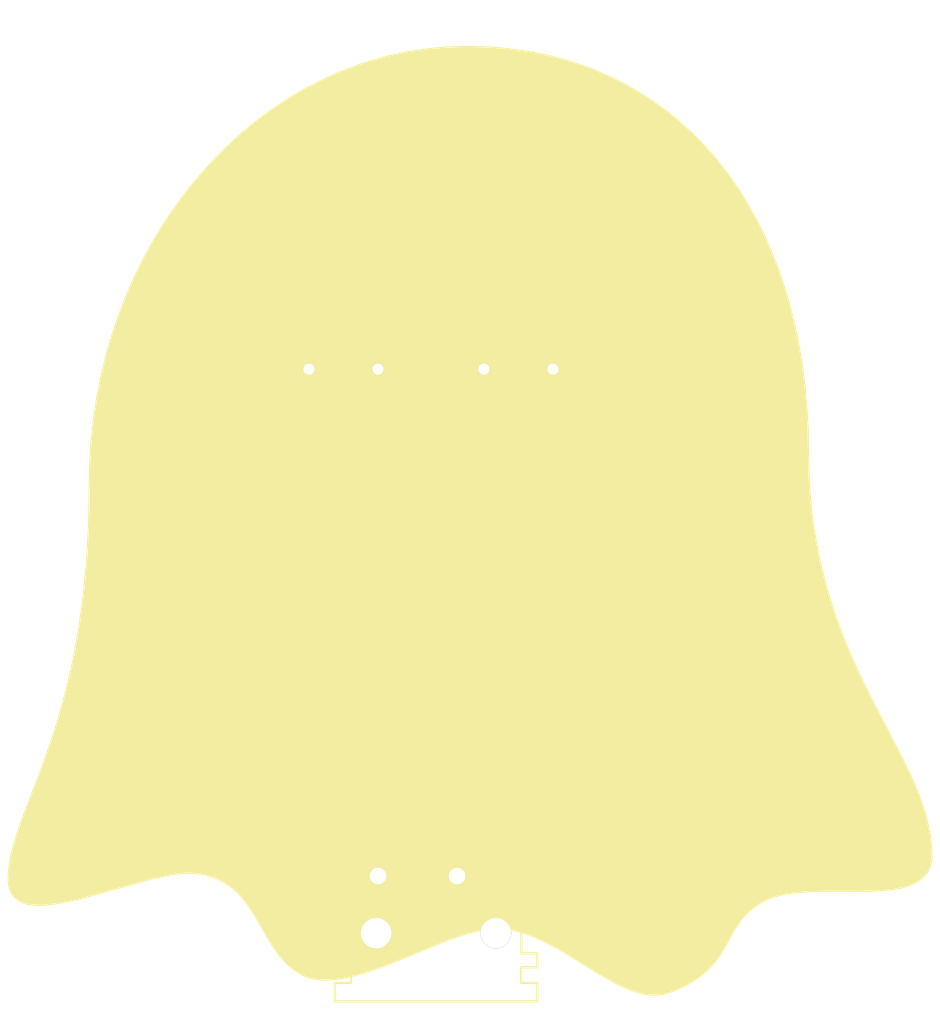
<source format=kicad_pcb>
(kicad_pcb (version 20240108) (generator "pcbnew") (generator_version "8.0")
  (layers (0 "F.Cu" signal) (31 "B.Cu" signal) (34 "B.Paste" user) (35 "F.Paste" user) (36 "B.SilkS" user "B.Silkscreen") (37 "F.SilkS" user "F.Silkscreen") (38 "B.Mask" user) (39 "F.Mask" user) (44 "Edge.Cuts" user))
  (net 0 "")
  (net 1 "Net-(U1-Pad2)")
  (net 2 "Net-(U1-Pad1)")
  (footprint "easyeda2kicad:CAP-TH_BD18.0-P7.50-D0.8-FD" (layer "F.Cu") (at 136.25 94)
    (property "Reference" "U3" (at 0 -4 0) (layer "F.SilkS"))
    (property "Value" "LIC1840Q3R8757")
    (fp_circle (center 0 0) (end 9 0) (stroke (width 0.25)) (fill none) (layer "F.SilkS"))
    (fp_text user "-" (at 2.79 -1.27 0) (layer "F.SilkS") (effects (font (size 2 2) (thickness 0.3)) (justify left)))
    (fp_text user "+" (at -5.33 -1.4 0) (layer "F.SilkS") (effects (font (size 2 2) (thickness 0.3)) (justify left)))
    (pad "1" thru_hole circle (at -3.75 0 90) (size 2.1 2.1) (drill 1.199998) (layers "*.Cu" "*.Mask") (net 1 "Net-(U1-Pad2)"))
    (pad "2" thru_hole circle (at 3.75 0 90) (size 2.1 2.1) (drill 1.199998) (layers "*.Cu" "*.Mask") (net 2 "Net-(U1-Pad1)"))
  )
  (footprint "easyeda2kicad:CAP-TH_BD18.0-P7.50-D0.8-FD" (layer "F.Cu") (at 117.25 94)
    (property "Reference" "U1" (at 0 -4 0) (layer "F.SilkS"))
    (property "Value" "LIC1840Q3R8757")
    (fp_circle (center 0 0) (end 9 0) (stroke (width 0.25)) (fill none) (layer "F.SilkS"))
    (fp_text user "-" (at 2.79 -1.27 0) (layer "F.SilkS") (effects (font (size 2 2) (thickness 0.3)) (justify left)))
    (fp_text user "+" (at -5.33 -1.4 0) (layer "F.SilkS") (effects (font (size 2 2) (thickness 0.3)) (justify left)))
    (pad "1" thru_hole circle (at -3.75 0 90) (size 2.1 2.1) (drill 1.199998) (layers "*.Cu" "*.Mask") (net 2 "Net-(U1-Pad1)"))
    (pad "2" thru_hole circle (at 3.75 0 90) (size 2.1 2.1) (drill 1.199998) (layers "*.Cu" "*.Mask") (net 1 "Net-(U1-Pad2)"))
  )
  (footprint "easyeda2kicad:AC-IN-TH_LEGION_RT-C08-G2-XG" (layer "F.Cu") (at 125.3 149)
    (property "Reference" "U2" (at 0 -4 0) (layer "F.SilkS"))
    (property "Value" "RT-C08-G2-BG")
    (fp_line (start -9 8.4) (end -7.27 8.4) (stroke (width 0.25)) (layer "F.SilkS"))
    (fp_line (start -9 9.9) (end -9 8.4) (stroke (width 0.25)) (layer "F.SilkS"))
    (fp_line (start -9 11.6) (end -7.25 11.6) (stroke (width 0.25)) (layer "F.SilkS"))
    (fp_line (start -9 13.6) (end -9 11.6) (stroke (width 0.25)) (layer "F.SilkS"))
    (fp_line (start -9 13.6) (end 13 13.6) (stroke (width 0.25)) (layer "F.SilkS"))
    (fp_line (start -7.27 -0.8) (end -5.61 -0.8) (stroke (width 0.25)) (layer "F.SilkS"))
    (fp_line (start -7.27 8.4) (end -7.27 -0.8) (stroke (width 0.25)) (layer "F.SilkS"))
    (fp_line (start -7.25 9.9) (end -9 9.9) (stroke (width 0.25)) (layer "F.SilkS"))
    (fp_line (start -7.25 11.6) (end -7.25 9.9) (stroke (width 0.25)) (layer "F.SilkS"))
    (fp_line (start -2.99 -0.8) (end 2.99 -0.8) (stroke (width 0.25)) (layer "F.SilkS"))
    (fp_line (start 5.61 -0.8) (end 11.27 -0.8) (stroke (width 0.25)) (layer "F.SilkS"))
    (fp_line (start 11.25 9.9) (end 13 9.9) (stroke (width 0.25)) (layer "F.SilkS"))
    (fp_line (start 11.25 11.6) (end 11.25 9.9) (stroke (width 0.25)) (layer "F.SilkS"))
    (fp_line (start 11.27 8.4) (end 11.27 -0.8) (stroke (width 0.25)) (layer "F.SilkS"))
    (fp_line (start 13 8.4) (end 11.27 8.4) (stroke (width 0.25)) (layer "F.SilkS"))
    (fp_line (start 13 9.9) (end 13 8.4) (stroke (width 0.25)) (layer "F.SilkS"))
    (fp_line (start 13 11.6) (end 11.25 11.6) (stroke (width 0.25)) (layer "F.SilkS"))
    (fp_line (start 13 13.6) (end 13 11.6) (stroke (width 0.25)) (layer "F.SilkS"))
    (pad "" thru_hole circle (at -4.5 6.2) (size 3.3 3.3) (drill 3.3) (layers "*.Cu" "*.Mask"))
    (pad "" thru_hole circle (at 8.5 6.2) (size 3.3 3.3) (drill 3.3) (layers "*.Cu" "*.Mask"))
    (pad "1" thru_hole circle (at -4.3 0) (size 2.6 2.6) (drill 1.799996) (layers "*.Cu" "*.Mask") (net 2 "Net-(U1-Pad1)"))
    (pad "2" thru_hole circle (at 4.3 0) (size 2.6 2.6) (drill 1.799996) (layers "*.Cu" "*.Mask") (net 1 "Net-(U1-Pad2)"))
  )
  (gr_poly (pts (xy 132.738183 59.505521) (xy 134.764169 59.658197) (xy 136.74014 59.910605) (xy 138.66498 60.261068) (xy 140.537579 60.707905) (xy 142.356823 61.249439) (xy 144.1216 61.883991) (xy 145.830797 62.609883) (xy 147.483303 63.425436) (xy 149.078003 64.32897) (xy 150.613786 65.318809) (xy 152.089539 66.393272) (xy 153.504149 67.550682) (xy 154.856504 68.78936) (xy 156.145491 70.107627) (xy 157.369999 71.503804) (xy 158.528913 72.976214) (xy 159.621121 74.523177) (xy 160.645512 76.143015) (xy 161.600972 77.83405) (xy 162.486389 79.594602) (xy 163.30065 81.422993) (xy 164.042643 83.317545) (xy 164.711255 85.276579) (xy 165.305373 87.298415) (xy 165.823886 89.381377) (xy 166.265679 91.523785) (xy 166.629642 93.72396) (xy 166.91466 95.980225) (xy 167.119622 98.290899) (xy 167.243415 100.654306) (xy 167.284927 103.068765) (xy 167.284927 103.068735) (xy 167.323384 105.215686) (xy 167.43548 107.284596) (xy 167.616308 109.278223) (xy 167.860956 111.199327) (xy 168.522081 114.835004) (xy 169.37958 118.213706) (xy 170.394177 121.357509) (xy 171.526599 124.288489) (xy 172.73757 127.028726) (xy 173.987815 129.600294) (xy 176.449032 134.325736) (xy 177.581454 136.523765) (xy 178.596051 138.641434) (xy 179.45355 140.70082) (xy 180.114675 142.724002) (xy 180.540151 144.733056) (xy 180.652247 145.739184) (xy 180.690704 146.750059) (xy 180.653444 147.282911) (xy 180.544179 147.758195) (xy 180.366684 148.179169) (xy 180.124733 148.54909) (xy 179.8221 148.871218) (xy 179.462557 149.14881) (xy 179.049881 149.385125) (xy 178.587844 149.583422) (xy 178.080221 149.746958) (xy 177.530786 149.878993) (xy 176.943312 149.982784) (xy 176.321574 150.061589) (xy 174.9904 150.157278) (xy 173.567457 150.192127) (xy 170.567029 150.183569) (xy 169.049929 150.192297) (xy 167.561827 150.244451) (xy 166.132916 150.366099) (xy 165.450091 150.461129) (xy 164.793386 150.583308) (xy 164.166575 150.735893) (xy 163.573431 150.922144) (xy 163.017729 151.145318) (xy 162.503242 151.408674) (xy 162.065985 151.676532) (xy 161.666081 151.952193) (xy 161.300618 152.235119) (xy 160.96669 152.52477) (xy 160.661385 152.820608) (xy 160.381796 153.122094) (xy 160.125012 153.428688) (xy 159.888125 153.739853) (xy 159.462405 154.373738) (xy 159.081359 155.019438) (xy 158.360201 156.329039) (xy 157.973539 156.984319) (xy 157.538459 157.634172) (xy 157.295488 157.955715) (xy 157.031685 158.274286) (xy 156.74414 158.589344) (xy 156.429944 158.900351) (xy 156.086188 159.206768) (xy 155.709962 159.508056) (xy 155.298358 159.803677) (xy 154.848466 160.093091) (xy 154.357376 160.37576) (xy 153.822181 160.651145) (xy 153.23997 160.918707) (xy 152.607833 161.177907) (xy 152.130417 161.330029) (xy 151.643394 161.422116) (xy 151.14702 161.457787) (xy 150.64155 161.440664) (xy 150.127237 161.374366) (xy 149.604336 161.262515) (xy 149.073101 161.10873) (xy 148.533787 160.916631) (xy 147.986648 160.689841) (xy 147.431938 160.431977) (xy 146.300823 159.837515) (xy 145.142477 159.162209) (xy 143.958934 158.435021) (xy 141.524401 156.940853) (xy 140.277478 156.231799) (xy 139.013499 155.586717) (xy 138.375749 155.297216) (xy 137.734497 155.034569) (xy 137.089999 154.802396) (xy 136.442508 154.604318) (xy 135.792279 154.443956) (xy 135.139566 154.324928) (xy 134.484623 154.250857) (xy 133.827705 154.225362) (xy 133.28953 154.24683) (xy 132.72549 154.309111) (xy 131.527293 154.543359) (xy 130.248069 154.902613) (xy 128.902776 155.361378) (xy 127.50637 155.894158) (xy 126.073807 156.475459) (xy 123.160037 157.681647) (xy 121.708742 158.255543) (xy 120.281117 158.775981) (xy 118.892117 159.217467) (xy 117.556699 159.554505) (xy 116.913757 159.675889) (xy 116.289819 159.761601) (xy 115.686755 159.808453) (xy 115.106435 159.81326) (xy 114.550727 159.772833) (xy 114.021501 159.683987) (xy 113.520628 159.543534) (xy 113.049976 159.348287) (xy 112.610218 159.108665) (xy 112.199159 158.838766) (xy 111.814369 158.540924) (xy 111.453417 158.217474) (xy 111.113873 157.870749) (xy 110.793306 157.503085) (xy 110.489285 157.116815) (xy 110.19938 156.714274) (xy 109.652196 155.869717) (xy 109.132309 154.988089) (xy 108.096646 153.188321) (xy 107.541981 152.307531) (xy 106.936835 151.46437) (xy 106.609255 151.062737) (xy 106.261764 150.677515) (xy 105.891929 150.311038) (xy 105.497321 149.96564) (xy 105.07551 149.643656) (xy 104.624064 149.34742) (xy 104.140554 149.079267) (xy 103.622548 148.841531) (xy 103.067615 148.636546) (xy 102.473327 148.466647) (xy 101.837251 148.334169) (xy 101.156957 148.241445) (xy 100.607426 148.21152) (xy 100.011366 148.226293) (xy 98.696435 148.373772) (xy 97.245731 148.651562) (xy 95.692815 149.027345) (xy 89.130323 150.864024) (xy 87.569811 151.244986) (xy 86.108472 151.530027) (xy 84.779868 151.686829) (xy 84.175831 151.70704) (xy 83.617565 151.683072) (xy 83.109264 151.610885) (xy 82.655125 151.486438) (xy 82.259343 151.305692) (xy 81.926113 151.064607) (xy 81.659631 150.759144) (xy 81.464092 150.385262) (xy 81.343692 149.938921) (xy 81.302627 149.416082) (xy 81.327886 148.697154) (xy 81.401515 147.97094) (xy 81.520288 147.234174) (xy 81.680981 146.483588) (xy 82.115228 144.927885) (xy 82.67846 143.277694) (xy 84.088689 139.589289) (xy 84.884093 137.498798) (xy 85.705293 135.209262) (xy 86.526494 132.694544) (xy 87.321897 129.928504) (xy 87.701863 128.443069) (xy 88.065707 126.885003) (xy 88.410203 125.251036) (xy 88.732126 123.537902) (xy 89.028253 121.742333) (xy 89.295358 119.861063) (xy 89.530217 117.890823) (xy 89.729605 115.828346) (xy 89.890298 113.670366) (xy 90.009071 111.413614) (xy 90.0827 109.054823) (xy 90.107959 106.590726) (xy 90.160763 104.166165) (xy 90.31747 101.773309) (xy 90.575527 99.415129) (xy 90.932379 97.094591) (xy 91.385471 94.814665) (xy 91.932249 92.578319) (xy 92.570157 90.38852) (xy 93.296643 88.248239) (xy 94.10915 86.160442) (xy 95.005124 84.128099) (xy 95.982011 82.154178) (xy 97.037256 80.241646) (xy 98.168304 78.393474) (xy 99.372602 76.612628) (xy 100.647594 74.902077) (xy 101.990725 73.26479) (xy 103.399442 71.703735) (xy 104.871189 70.22188) (xy 106.403413 68.822195) (xy 107.993557 67.507646) (xy 109.639069 66.281203) (xy 111.337393 65.145834) (xy 113.085974 64.104507) (xy 114.882258 63.160191) (xy 116.723691 62.315855) (xy 118.607718 61.574465) (xy 120.531784 60.938992) (xy 122.493334 60.412402) (xy 124.489815 59.997666) (xy 126.518671 59.69775) (xy 128.577348 59.515624) (xy 130.663291 59.454256)) (stroke (width 1.061326)) (fill solid) (layer "F.SilkS"))
  (gr_poly (pts (xy 117.293895 82.730256) (xy 117.686195 82.739062) (xy 118.074613 82.765259) (xy 118.458862 82.808522) (xy 118.838657 82.868522) (xy 119.213712 82.944932) (xy 119.583741 83.037424) (xy 119.948459 83.14567) (xy 120.307579 83.269345) (xy 120.660816 83.408119) (xy 121.007884 83.561665) (xy 121.348496 83.729656) (xy 121.682368 83.911765) (xy 122.009213 84.107664) (xy 122.328746 84.317024) (xy 122.64068 84.53952) (xy 122.94473 84.774823) (xy 123.24061 85.022606) (xy 123.528034 85.282541) (xy 124.076372 85.837559) (xy 124.587456 86.437256) (xy 125.058999 87.079013) (xy 125.488716 87.760209) (xy 125.87432 88.478224) (xy 126.213523 89.230439) (xy 126.504039 90.014234) (xy 126.79502 89.230439) (xy 127.134625 88.478224) (xy 127.520569 87.760209) (xy 127.950564 87.079013) (xy 128.422325 86.437256) (xy 128.933563 85.837559) (xy 129.481994 85.282541) (xy 130.065329 84.774823) (xy 130.681282 84.317024) (xy 131.327567 83.911765) (xy 131.661369 83.729656) (xy 132.001897 83.561665) (xy 132.348864 83.408119) (xy 132.701984 83.269345) (xy 133.060973 83.14567) (xy 133.425544 83.037424) (xy 133.795411 82.944932) (xy 134.170288 82.868522) (xy 134.549889 82.808522) (xy 134.93393 82.765259) (xy 135.322123 82.739062) (xy 135.714183 82.730256) (xy 136.221298 82.745005) (xy 136.721761 82.788774) (xy 137.214955 82.860849) (xy 137.700259 82.960516) (xy 138.177055 83.087062) (xy 138.644721 83.239772) (xy 139.102639 83.417931) (xy 139.550189 83.620827) (xy 139.986751 83.847744) (xy 140.411705 84.097969) (xy 140.824433 84.370788) (xy 141.224314 84.665486) (xy 141.610729 84.98135) (xy 141.983058 85.317664) (xy 142.340682 85.673716) (xy 142.68298 86.048791) (xy 143.009334 86.442175) (xy 143.319123 86.853154) (xy 143.611728 87.281013) (xy 143.88653 87.725039) (xy 144.142908 88.184518) (xy 144.380243 88.658735) (xy 144.597916 89.146977) (xy 144.795306 89.648528) (xy 144.971795 90.162676) (xy 145.126762 90.688706) (xy 145.259588 91.225904) (xy 145.369654 91.773555) (xy 145.456339 92.330947) (xy 145.519024 92.897364) (xy 145.557089 93.472092) (xy 145.569915 94.054418) (xy 145.557322 94.636985) (xy 145.51946 95.211939) (xy 145.45695 95.778567) (xy 145.370414 96.336155) (xy 145.260472 96.88399) (xy 145.127745 97.421358) (xy 144.972855 97.947546) (xy 144.796423 98.46184) (xy 144.59907 98.963525) (xy 144.381416 99.45189) (xy 144.144084 99.926219) (xy 143.887693 100.3858) (xy 143.612866 100.829918) (xy 143.320222 101.257861) (xy 143.010384 101.668914) (xy 142.683973 102.062364) (xy 142.341609 102.437497) (xy 141.983913 102.7936) (xy 141.611507 103.129959) (xy 141.225012 103.445861) (xy 140.825049 103.740591) (xy 140.412239 104.013437) (xy 139.987202 104.263684) (xy 139.550561 104.490619) (xy 139.102936 104.693528) (xy 138.644948 104.871698) (xy 138.177218 105.024415) (xy 137.700368 105.150966) (xy 137.215018 105.250636) (xy 136.72179 105.322713) (xy 136.221305 105.366482) (xy 135.714183 105.381231) (xy 135.322116 105.372395) (xy 134.933901 105.346109) (xy 134.549826 105.302703) (xy 134.170179 105.24251) (xy 133.795247 105.165861) (xy 133.425318 105.073086) (xy 133.060677 104.964518) (xy 132.701613 104.840487) (xy 132.348413 104.701326) (xy 132.001365 104.547365) (xy 131.660755 104.378936) (xy 131.326871 104.196371) (xy 131 104) (xy 130.680429 103.790155) (xy 130.368447 103.567167) (xy 130.064339 103.331368) (xy 129.768393 103.08309) (xy 129.480897 102.822663) (xy 128.932403 102.266689) (xy 128.421155 101.666097) (xy 127.949451 101.02354) (xy 127.519589 100.341667) (xy 127.133867 99.62313) (xy 126.794585 98.87058) (xy 126.504039 98.086667) (xy 126.213523 98.870582) (xy 125.87432 99.623134) (xy 125.488717 100.341672) (xy 125.059 101.023546) (xy 124.587457 101.666104) (xy 124.076374 102.266695) (xy 123.528037 102.822669) (xy 122.944733 103.331374) (xy 122.328749 103.79016) (xy 121.682371 104.196375) (xy 121.3485 104.37894) (xy 121.007887 104.547368) (xy 120.660819 104.701329) (xy 120.307582 104.84049) (xy 119.948462 104.96452) (xy 119.583744 105.073087) (xy 119.213715 105.165862) (xy 118.838659 105.242511) (xy 118.458864 105.302704) (xy 118.074614 105.346109) (xy 117.686196 105.372395) (xy 117.293895 105.381231) (xy 116.787014 105.366482) (xy 116.286754 105.322713) (xy 115.793736 105.250636) (xy 115.30858 105.150965) (xy 114.831908 105.024415) (xy 114.364342 104.871697) (xy 113.906502 104.693527) (xy 113.459008 104.490617) (xy 113.022484 104.263682) (xy 112.597548 104.013435) (xy 112.184823 103.740589) (xy 111.78493 103.445858) (xy 111.398489 103.129957) (xy 111.026122 102.793597) (xy 110.66845 102.437494) (xy 110.326094 102.06236) (xy 109.999675 101.66891) (xy 109.689814 101.257856) (xy 109.397132 100.829913) (xy 109.12225 100.385795) (xy 108.86579 99.926213) (xy 108.628372 99.451884) (xy 108.410618 98.963519) (xy 108.213148 98.461833) (xy 108.036584 97.947539) (xy 107.881547 97.421352) (xy 107.748658 96.883983) (xy 107.638537 96.336148) (xy 107.551807 95.778559) (xy 107.489088 95.211931) (xy 107.451001 94.636977) (xy 107.438167 94.05441) (xy 107.451001 93.472085) (xy 107.489088 92.897356) (xy 107.551807 92.330939) (xy 107.638537 91.773548) (xy 107.748658 91.225896) (xy 107.881547 90.688698) (xy 108.036584 90.162669) (xy 108.213148 89.648521) (xy 108.410618 89.146969) (xy 108.628372 88.658728) (xy 108.86579 88.18451) (xy 109.12225 87.725032) (xy 109.397132 87.281006) (xy 109.689814 86.853146) (xy 109.999675 86.442167) (xy 110.326094 86.048783) (xy 110.66845 85.673708) (xy 111.026122 85.317657) (xy 111.398489 84.981342) (xy 111.78493 84.665478) (xy 112.184823 84.37078) (xy 112.597548 84.097962) (xy 113.022484 83.847737) (xy 113.459008 83.620819) (xy 113.906502 83.417924) (xy 114.364342 83.239764) (xy 114.831908 83.087054) (xy 115.30858 82.960509) (xy 115.793736 82.860841) (xy 116.286754 82.788766) (xy 116.787014 82.744997) (xy 117.293895 82.730249)) (stroke (width 1.058333)) (fill solid) (layer "F.SilkS"))
  (segment (start 126 94) (end 126 145.4) (width 5) (layer "F.Cu") (net 1))
  (segment (start 121 94) (end 126 94) (width 5) (layer "F.Cu") (net 1))
  (segment (start 126 94) (end 132.5 94) (width 5) (layer "F.Cu") (net 1))
  (segment (start 126 145.4) (end 129.6 149) (width 5) (layer "F.Cu") (net 1))
  (segment (start 113.5 87.5) (end 113.5 94) (width 5) (layer "F.Cu") (net 2))
  (segment (start 113.5 141.5) (end 113.5 94) (width 5) (layer "F.Cu") (net 2))
  (segment (start 140 94) (end 140 86) (width 5) (layer "F.Cu") (net 2))
  (segment (start 136 82) (end 119 82) (width 5) (layer "F.Cu") (net 2))
  (segment (start 119 82) (end 113.5 87.5) (width 5) (layer "F.Cu") (net 2))
  (segment (start 140 86) (end 136 82) (width 5) (layer "F.Cu") (net 2))
  (segment (start 121 149) (end 113.5 141.5) (width 5) (layer "F.Cu") (net 2))
)
</source>
